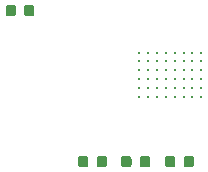
<source format=gtp>
G04 #@! TF.GenerationSoftware,KiCad,Pcbnew,5.0.2-bee76a0~70~ubuntu14.04.1*
G04 #@! TF.CreationDate,2018-12-14T16:40:16-07:00*
G04 #@! TF.ProjectId,sram-addon,7372616d-2d61-4646-946f-6e2e6b696361,rev?*
G04 #@! TF.SameCoordinates,Original*
G04 #@! TF.FileFunction,Paste,Top*
G04 #@! TF.FilePolarity,Positive*
%FSLAX46Y46*%
G04 Gerber Fmt 4.6, Leading zero omitted, Abs format (unit mm)*
G04 Created by KiCad (PCBNEW 5.0.2-bee76a0~70~ubuntu14.04.1) date Fri 14 Dec 2018 04:40:16 PM MST*
%MOMM*%
%LPD*%
G01*
G04 APERTURE LIST*
%ADD10C,0.300000*%
%ADD11C,0.100000*%
%ADD12C,0.875000*%
G04 APERTURE END LIST*
D10*
G04 #@! TO.C,U1*
X129117000Y-84993000D03*
X128367000Y-84993000D03*
X127617000Y-84993000D03*
X126867000Y-84993000D03*
X126117000Y-84993000D03*
X125367000Y-84993000D03*
X124617000Y-84993000D03*
X123867000Y-84993000D03*
X129117000Y-85743000D03*
X128367000Y-85743000D03*
X127617000Y-85743000D03*
X126867000Y-85743000D03*
X126117000Y-85743000D03*
X125367000Y-85743000D03*
X124617000Y-85743000D03*
X123867000Y-85743000D03*
X129117000Y-86493000D03*
X128367000Y-86493000D03*
X127617000Y-86493000D03*
X126867000Y-86493000D03*
X126117000Y-86493000D03*
X125367000Y-86493000D03*
X124617000Y-86493000D03*
X123867000Y-86493000D03*
X129117000Y-87243000D03*
X128367000Y-87243000D03*
X127617000Y-87243000D03*
X126867000Y-87243000D03*
X126117000Y-87243000D03*
X125367000Y-87243000D03*
X124617000Y-87243000D03*
X123867000Y-87243000D03*
X129117000Y-87993000D03*
X128367000Y-87993000D03*
X127617000Y-87993000D03*
X126867000Y-87993000D03*
X126117000Y-87993000D03*
X125367000Y-87993000D03*
X124617000Y-87993000D03*
X123867000Y-87993000D03*
X129117000Y-88743000D03*
X128367000Y-88743000D03*
X127617000Y-88743000D03*
X126867000Y-88743000D03*
X126117000Y-88743000D03*
X125367000Y-88743000D03*
X124617000Y-88743000D03*
X123867000Y-88743000D03*
G04 #@! TD*
D11*
G04 #@! TO.C,C1*
G36*
X119366191Y-93760053D02*
X119387426Y-93763203D01*
X119408250Y-93768419D01*
X119428462Y-93775651D01*
X119447868Y-93784830D01*
X119466281Y-93795866D01*
X119483524Y-93808654D01*
X119499430Y-93823070D01*
X119513846Y-93838976D01*
X119526634Y-93856219D01*
X119537670Y-93874632D01*
X119546849Y-93894038D01*
X119554081Y-93914250D01*
X119559297Y-93935074D01*
X119562447Y-93956309D01*
X119563500Y-93977750D01*
X119563500Y-94490250D01*
X119562447Y-94511691D01*
X119559297Y-94532926D01*
X119554081Y-94553750D01*
X119546849Y-94573962D01*
X119537670Y-94593368D01*
X119526634Y-94611781D01*
X119513846Y-94629024D01*
X119499430Y-94644930D01*
X119483524Y-94659346D01*
X119466281Y-94672134D01*
X119447868Y-94683170D01*
X119428462Y-94692349D01*
X119408250Y-94699581D01*
X119387426Y-94704797D01*
X119366191Y-94707947D01*
X119344750Y-94709000D01*
X118907250Y-94709000D01*
X118885809Y-94707947D01*
X118864574Y-94704797D01*
X118843750Y-94699581D01*
X118823538Y-94692349D01*
X118804132Y-94683170D01*
X118785719Y-94672134D01*
X118768476Y-94659346D01*
X118752570Y-94644930D01*
X118738154Y-94629024D01*
X118725366Y-94611781D01*
X118714330Y-94593368D01*
X118705151Y-94573962D01*
X118697919Y-94553750D01*
X118692703Y-94532926D01*
X118689553Y-94511691D01*
X118688500Y-94490250D01*
X118688500Y-93977750D01*
X118689553Y-93956309D01*
X118692703Y-93935074D01*
X118697919Y-93914250D01*
X118705151Y-93894038D01*
X118714330Y-93874632D01*
X118725366Y-93856219D01*
X118738154Y-93838976D01*
X118752570Y-93823070D01*
X118768476Y-93808654D01*
X118785719Y-93795866D01*
X118804132Y-93784830D01*
X118823538Y-93775651D01*
X118843750Y-93768419D01*
X118864574Y-93763203D01*
X118885809Y-93760053D01*
X118907250Y-93759000D01*
X119344750Y-93759000D01*
X119366191Y-93760053D01*
X119366191Y-93760053D01*
G37*
D12*
X119126000Y-94234000D03*
D11*
G36*
X120941191Y-93760053D02*
X120962426Y-93763203D01*
X120983250Y-93768419D01*
X121003462Y-93775651D01*
X121022868Y-93784830D01*
X121041281Y-93795866D01*
X121058524Y-93808654D01*
X121074430Y-93823070D01*
X121088846Y-93838976D01*
X121101634Y-93856219D01*
X121112670Y-93874632D01*
X121121849Y-93894038D01*
X121129081Y-93914250D01*
X121134297Y-93935074D01*
X121137447Y-93956309D01*
X121138500Y-93977750D01*
X121138500Y-94490250D01*
X121137447Y-94511691D01*
X121134297Y-94532926D01*
X121129081Y-94553750D01*
X121121849Y-94573962D01*
X121112670Y-94593368D01*
X121101634Y-94611781D01*
X121088846Y-94629024D01*
X121074430Y-94644930D01*
X121058524Y-94659346D01*
X121041281Y-94672134D01*
X121022868Y-94683170D01*
X121003462Y-94692349D01*
X120983250Y-94699581D01*
X120962426Y-94704797D01*
X120941191Y-94707947D01*
X120919750Y-94709000D01*
X120482250Y-94709000D01*
X120460809Y-94707947D01*
X120439574Y-94704797D01*
X120418750Y-94699581D01*
X120398538Y-94692349D01*
X120379132Y-94683170D01*
X120360719Y-94672134D01*
X120343476Y-94659346D01*
X120327570Y-94644930D01*
X120313154Y-94629024D01*
X120300366Y-94611781D01*
X120289330Y-94593368D01*
X120280151Y-94573962D01*
X120272919Y-94553750D01*
X120267703Y-94532926D01*
X120264553Y-94511691D01*
X120263500Y-94490250D01*
X120263500Y-93977750D01*
X120264553Y-93956309D01*
X120267703Y-93935074D01*
X120272919Y-93914250D01*
X120280151Y-93894038D01*
X120289330Y-93874632D01*
X120300366Y-93856219D01*
X120313154Y-93838976D01*
X120327570Y-93823070D01*
X120343476Y-93808654D01*
X120360719Y-93795866D01*
X120379132Y-93784830D01*
X120398538Y-93775651D01*
X120418750Y-93768419D01*
X120439574Y-93763203D01*
X120460809Y-93760053D01*
X120482250Y-93759000D01*
X120919750Y-93759000D01*
X120941191Y-93760053D01*
X120941191Y-93760053D01*
G37*
D12*
X120701000Y-94234000D03*
G04 #@! TD*
D11*
G04 #@! TO.C,R1*
G36*
X128299371Y-93760053D02*
X128320606Y-93763203D01*
X128341430Y-93768419D01*
X128361642Y-93775651D01*
X128381048Y-93784830D01*
X128399461Y-93795866D01*
X128416704Y-93808654D01*
X128432610Y-93823070D01*
X128447026Y-93838976D01*
X128459814Y-93856219D01*
X128470850Y-93874632D01*
X128480029Y-93894038D01*
X128487261Y-93914250D01*
X128492477Y-93935074D01*
X128495627Y-93956309D01*
X128496680Y-93977750D01*
X128496680Y-94490250D01*
X128495627Y-94511691D01*
X128492477Y-94532926D01*
X128487261Y-94553750D01*
X128480029Y-94573962D01*
X128470850Y-94593368D01*
X128459814Y-94611781D01*
X128447026Y-94629024D01*
X128432610Y-94644930D01*
X128416704Y-94659346D01*
X128399461Y-94672134D01*
X128381048Y-94683170D01*
X128361642Y-94692349D01*
X128341430Y-94699581D01*
X128320606Y-94704797D01*
X128299371Y-94707947D01*
X128277930Y-94709000D01*
X127840430Y-94709000D01*
X127818989Y-94707947D01*
X127797754Y-94704797D01*
X127776930Y-94699581D01*
X127756718Y-94692349D01*
X127737312Y-94683170D01*
X127718899Y-94672134D01*
X127701656Y-94659346D01*
X127685750Y-94644930D01*
X127671334Y-94629024D01*
X127658546Y-94611781D01*
X127647510Y-94593368D01*
X127638331Y-94573962D01*
X127631099Y-94553750D01*
X127625883Y-94532926D01*
X127622733Y-94511691D01*
X127621680Y-94490250D01*
X127621680Y-93977750D01*
X127622733Y-93956309D01*
X127625883Y-93935074D01*
X127631099Y-93914250D01*
X127638331Y-93894038D01*
X127647510Y-93874632D01*
X127658546Y-93856219D01*
X127671334Y-93838976D01*
X127685750Y-93823070D01*
X127701656Y-93808654D01*
X127718899Y-93795866D01*
X127737312Y-93784830D01*
X127756718Y-93775651D01*
X127776930Y-93768419D01*
X127797754Y-93763203D01*
X127818989Y-93760053D01*
X127840430Y-93759000D01*
X128277930Y-93759000D01*
X128299371Y-93760053D01*
X128299371Y-93760053D01*
G37*
D12*
X128059180Y-94234000D03*
D11*
G36*
X126724371Y-93760053D02*
X126745606Y-93763203D01*
X126766430Y-93768419D01*
X126786642Y-93775651D01*
X126806048Y-93784830D01*
X126824461Y-93795866D01*
X126841704Y-93808654D01*
X126857610Y-93823070D01*
X126872026Y-93838976D01*
X126884814Y-93856219D01*
X126895850Y-93874632D01*
X126905029Y-93894038D01*
X126912261Y-93914250D01*
X126917477Y-93935074D01*
X126920627Y-93956309D01*
X126921680Y-93977750D01*
X126921680Y-94490250D01*
X126920627Y-94511691D01*
X126917477Y-94532926D01*
X126912261Y-94553750D01*
X126905029Y-94573962D01*
X126895850Y-94593368D01*
X126884814Y-94611781D01*
X126872026Y-94629024D01*
X126857610Y-94644930D01*
X126841704Y-94659346D01*
X126824461Y-94672134D01*
X126806048Y-94683170D01*
X126786642Y-94692349D01*
X126766430Y-94699581D01*
X126745606Y-94704797D01*
X126724371Y-94707947D01*
X126702930Y-94709000D01*
X126265430Y-94709000D01*
X126243989Y-94707947D01*
X126222754Y-94704797D01*
X126201930Y-94699581D01*
X126181718Y-94692349D01*
X126162312Y-94683170D01*
X126143899Y-94672134D01*
X126126656Y-94659346D01*
X126110750Y-94644930D01*
X126096334Y-94629024D01*
X126083546Y-94611781D01*
X126072510Y-94593368D01*
X126063331Y-94573962D01*
X126056099Y-94553750D01*
X126050883Y-94532926D01*
X126047733Y-94511691D01*
X126046680Y-94490250D01*
X126046680Y-93977750D01*
X126047733Y-93956309D01*
X126050883Y-93935074D01*
X126056099Y-93914250D01*
X126063331Y-93894038D01*
X126072510Y-93874632D01*
X126083546Y-93856219D01*
X126096334Y-93838976D01*
X126110750Y-93823070D01*
X126126656Y-93808654D01*
X126143899Y-93795866D01*
X126162312Y-93784830D01*
X126181718Y-93775651D01*
X126201930Y-93768419D01*
X126222754Y-93763203D01*
X126243989Y-93760053D01*
X126265430Y-93759000D01*
X126702930Y-93759000D01*
X126724371Y-93760053D01*
X126724371Y-93760053D01*
G37*
D12*
X126484180Y-94234000D03*
G04 #@! TD*
D11*
G04 #@! TO.C,R2*
G36*
X123010891Y-93757513D02*
X123032126Y-93760663D01*
X123052950Y-93765879D01*
X123073162Y-93773111D01*
X123092568Y-93782290D01*
X123110981Y-93793326D01*
X123128224Y-93806114D01*
X123144130Y-93820530D01*
X123158546Y-93836436D01*
X123171334Y-93853679D01*
X123182370Y-93872092D01*
X123191549Y-93891498D01*
X123198781Y-93911710D01*
X123203997Y-93932534D01*
X123207147Y-93953769D01*
X123208200Y-93975210D01*
X123208200Y-94487710D01*
X123207147Y-94509151D01*
X123203997Y-94530386D01*
X123198781Y-94551210D01*
X123191549Y-94571422D01*
X123182370Y-94590828D01*
X123171334Y-94609241D01*
X123158546Y-94626484D01*
X123144130Y-94642390D01*
X123128224Y-94656806D01*
X123110981Y-94669594D01*
X123092568Y-94680630D01*
X123073162Y-94689809D01*
X123052950Y-94697041D01*
X123032126Y-94702257D01*
X123010891Y-94705407D01*
X122989450Y-94706460D01*
X122551950Y-94706460D01*
X122530509Y-94705407D01*
X122509274Y-94702257D01*
X122488450Y-94697041D01*
X122468238Y-94689809D01*
X122448832Y-94680630D01*
X122430419Y-94669594D01*
X122413176Y-94656806D01*
X122397270Y-94642390D01*
X122382854Y-94626484D01*
X122370066Y-94609241D01*
X122359030Y-94590828D01*
X122349851Y-94571422D01*
X122342619Y-94551210D01*
X122337403Y-94530386D01*
X122334253Y-94509151D01*
X122333200Y-94487710D01*
X122333200Y-93975210D01*
X122334253Y-93953769D01*
X122337403Y-93932534D01*
X122342619Y-93911710D01*
X122349851Y-93891498D01*
X122359030Y-93872092D01*
X122370066Y-93853679D01*
X122382854Y-93836436D01*
X122397270Y-93820530D01*
X122413176Y-93806114D01*
X122430419Y-93793326D01*
X122448832Y-93782290D01*
X122468238Y-93773111D01*
X122488450Y-93765879D01*
X122509274Y-93760663D01*
X122530509Y-93757513D01*
X122551950Y-93756460D01*
X122989450Y-93756460D01*
X123010891Y-93757513D01*
X123010891Y-93757513D01*
G37*
D12*
X122770700Y-94231460D03*
D11*
G36*
X124585891Y-93757513D02*
X124607126Y-93760663D01*
X124627950Y-93765879D01*
X124648162Y-93773111D01*
X124667568Y-93782290D01*
X124685981Y-93793326D01*
X124703224Y-93806114D01*
X124719130Y-93820530D01*
X124733546Y-93836436D01*
X124746334Y-93853679D01*
X124757370Y-93872092D01*
X124766549Y-93891498D01*
X124773781Y-93911710D01*
X124778997Y-93932534D01*
X124782147Y-93953769D01*
X124783200Y-93975210D01*
X124783200Y-94487710D01*
X124782147Y-94509151D01*
X124778997Y-94530386D01*
X124773781Y-94551210D01*
X124766549Y-94571422D01*
X124757370Y-94590828D01*
X124746334Y-94609241D01*
X124733546Y-94626484D01*
X124719130Y-94642390D01*
X124703224Y-94656806D01*
X124685981Y-94669594D01*
X124667568Y-94680630D01*
X124648162Y-94689809D01*
X124627950Y-94697041D01*
X124607126Y-94702257D01*
X124585891Y-94705407D01*
X124564450Y-94706460D01*
X124126950Y-94706460D01*
X124105509Y-94705407D01*
X124084274Y-94702257D01*
X124063450Y-94697041D01*
X124043238Y-94689809D01*
X124023832Y-94680630D01*
X124005419Y-94669594D01*
X123988176Y-94656806D01*
X123972270Y-94642390D01*
X123957854Y-94626484D01*
X123945066Y-94609241D01*
X123934030Y-94590828D01*
X123924851Y-94571422D01*
X123917619Y-94551210D01*
X123912403Y-94530386D01*
X123909253Y-94509151D01*
X123908200Y-94487710D01*
X123908200Y-93975210D01*
X123909253Y-93953769D01*
X123912403Y-93932534D01*
X123917619Y-93911710D01*
X123924851Y-93891498D01*
X123934030Y-93872092D01*
X123945066Y-93853679D01*
X123957854Y-93836436D01*
X123972270Y-93820530D01*
X123988176Y-93806114D01*
X124005419Y-93793326D01*
X124023832Y-93782290D01*
X124043238Y-93773111D01*
X124063450Y-93765879D01*
X124084274Y-93760663D01*
X124105509Y-93757513D01*
X124126950Y-93756460D01*
X124564450Y-93756460D01*
X124585891Y-93757513D01*
X124585891Y-93757513D01*
G37*
D12*
X124345700Y-94231460D03*
G04 #@! TD*
D11*
G04 #@! TO.C,R3*
G36*
X114796731Y-80966073D02*
X114817966Y-80969223D01*
X114838790Y-80974439D01*
X114859002Y-80981671D01*
X114878408Y-80990850D01*
X114896821Y-81001886D01*
X114914064Y-81014674D01*
X114929970Y-81029090D01*
X114944386Y-81044996D01*
X114957174Y-81062239D01*
X114968210Y-81080652D01*
X114977389Y-81100058D01*
X114984621Y-81120270D01*
X114989837Y-81141094D01*
X114992987Y-81162329D01*
X114994040Y-81183770D01*
X114994040Y-81696270D01*
X114992987Y-81717711D01*
X114989837Y-81738946D01*
X114984621Y-81759770D01*
X114977389Y-81779982D01*
X114968210Y-81799388D01*
X114957174Y-81817801D01*
X114944386Y-81835044D01*
X114929970Y-81850950D01*
X114914064Y-81865366D01*
X114896821Y-81878154D01*
X114878408Y-81889190D01*
X114859002Y-81898369D01*
X114838790Y-81905601D01*
X114817966Y-81910817D01*
X114796731Y-81913967D01*
X114775290Y-81915020D01*
X114337790Y-81915020D01*
X114316349Y-81913967D01*
X114295114Y-81910817D01*
X114274290Y-81905601D01*
X114254078Y-81898369D01*
X114234672Y-81889190D01*
X114216259Y-81878154D01*
X114199016Y-81865366D01*
X114183110Y-81850950D01*
X114168694Y-81835044D01*
X114155906Y-81817801D01*
X114144870Y-81799388D01*
X114135691Y-81779982D01*
X114128459Y-81759770D01*
X114123243Y-81738946D01*
X114120093Y-81717711D01*
X114119040Y-81696270D01*
X114119040Y-81183770D01*
X114120093Y-81162329D01*
X114123243Y-81141094D01*
X114128459Y-81120270D01*
X114135691Y-81100058D01*
X114144870Y-81080652D01*
X114155906Y-81062239D01*
X114168694Y-81044996D01*
X114183110Y-81029090D01*
X114199016Y-81014674D01*
X114216259Y-81001886D01*
X114234672Y-80990850D01*
X114254078Y-80981671D01*
X114274290Y-80974439D01*
X114295114Y-80969223D01*
X114316349Y-80966073D01*
X114337790Y-80965020D01*
X114775290Y-80965020D01*
X114796731Y-80966073D01*
X114796731Y-80966073D01*
G37*
D12*
X114556540Y-81440020D03*
D11*
G36*
X113221731Y-80966073D02*
X113242966Y-80969223D01*
X113263790Y-80974439D01*
X113284002Y-80981671D01*
X113303408Y-80990850D01*
X113321821Y-81001886D01*
X113339064Y-81014674D01*
X113354970Y-81029090D01*
X113369386Y-81044996D01*
X113382174Y-81062239D01*
X113393210Y-81080652D01*
X113402389Y-81100058D01*
X113409621Y-81120270D01*
X113414837Y-81141094D01*
X113417987Y-81162329D01*
X113419040Y-81183770D01*
X113419040Y-81696270D01*
X113417987Y-81717711D01*
X113414837Y-81738946D01*
X113409621Y-81759770D01*
X113402389Y-81779982D01*
X113393210Y-81799388D01*
X113382174Y-81817801D01*
X113369386Y-81835044D01*
X113354970Y-81850950D01*
X113339064Y-81865366D01*
X113321821Y-81878154D01*
X113303408Y-81889190D01*
X113284002Y-81898369D01*
X113263790Y-81905601D01*
X113242966Y-81910817D01*
X113221731Y-81913967D01*
X113200290Y-81915020D01*
X112762790Y-81915020D01*
X112741349Y-81913967D01*
X112720114Y-81910817D01*
X112699290Y-81905601D01*
X112679078Y-81898369D01*
X112659672Y-81889190D01*
X112641259Y-81878154D01*
X112624016Y-81865366D01*
X112608110Y-81850950D01*
X112593694Y-81835044D01*
X112580906Y-81817801D01*
X112569870Y-81799388D01*
X112560691Y-81779982D01*
X112553459Y-81759770D01*
X112548243Y-81738946D01*
X112545093Y-81717711D01*
X112544040Y-81696270D01*
X112544040Y-81183770D01*
X112545093Y-81162329D01*
X112548243Y-81141094D01*
X112553459Y-81120270D01*
X112560691Y-81100058D01*
X112569870Y-81080652D01*
X112580906Y-81062239D01*
X112593694Y-81044996D01*
X112608110Y-81029090D01*
X112624016Y-81014674D01*
X112641259Y-81001886D01*
X112659672Y-80990850D01*
X112679078Y-80981671D01*
X112699290Y-80974439D01*
X112720114Y-80969223D01*
X112741349Y-80966073D01*
X112762790Y-80965020D01*
X113200290Y-80965020D01*
X113221731Y-80966073D01*
X113221731Y-80966073D01*
G37*
D12*
X112981540Y-81440020D03*
G04 #@! TD*
M02*

</source>
